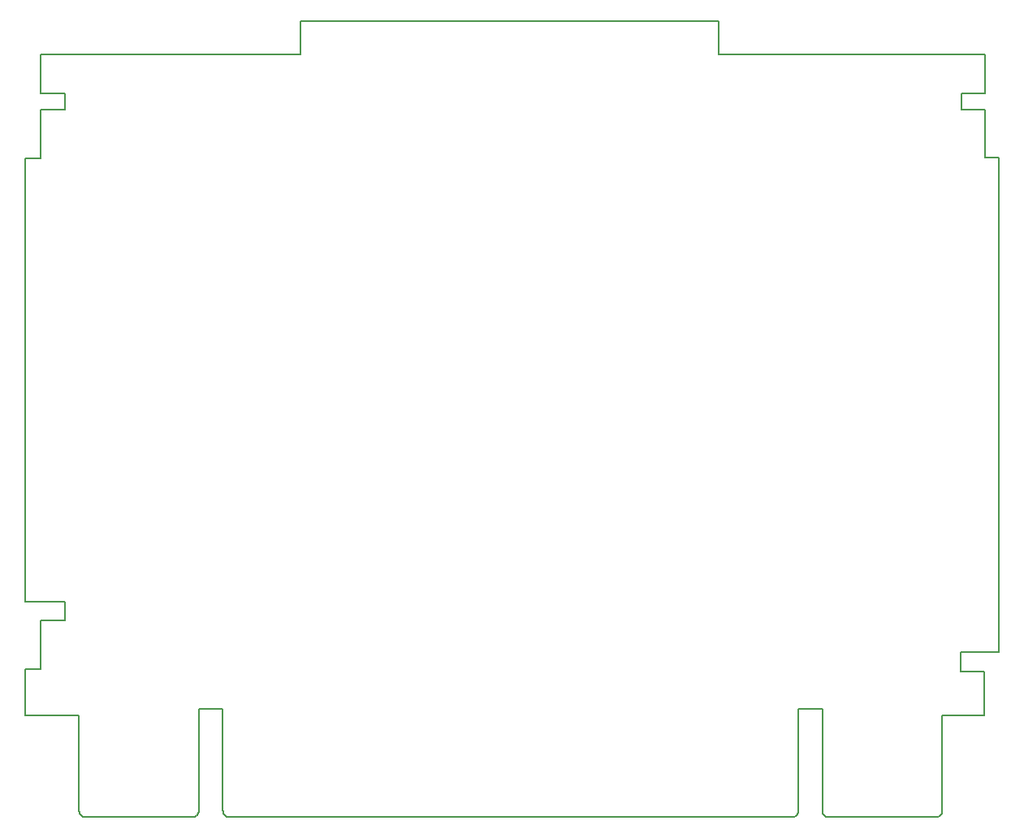
<source format=gbr>
G04 (created by PCBNEW-RS274X (2010-12-16 BZR 2663)-testing) date Tue 15 Feb 2011 12:53:02 PM CET*
G01*
G70*
G90*
%MOIN*%
G04 Gerber Fmt 3.4, Leading zero omitted, Abs format*
%FSLAX34Y34*%
G04 APERTURE LIST*
%ADD10C,0.008000*%
%ADD11C,0.007500*%
G04 APERTURE END LIST*
G54D10*
G54D11*
X74541Y-54369D02*
X74565Y-54367D01*
X74588Y-54364D01*
X74612Y-54359D01*
X74635Y-54352D01*
X74657Y-54343D01*
X74679Y-54332D01*
X74699Y-54319D01*
X74718Y-54304D01*
X74736Y-54288D01*
X74752Y-54270D01*
X74767Y-54251D01*
X74780Y-54230D01*
X74791Y-54209D01*
X74800Y-54187D01*
X74807Y-54164D01*
X74812Y-54140D01*
X74815Y-54117D01*
X74817Y-54093D01*
X69895Y-54093D02*
X69897Y-54117D01*
X69900Y-54140D01*
X69905Y-54164D01*
X69912Y-54187D01*
X69921Y-54209D01*
X69932Y-54230D01*
X69945Y-54251D01*
X69960Y-54270D01*
X69976Y-54288D01*
X69994Y-54304D01*
X70013Y-54319D01*
X70034Y-54332D01*
X70055Y-54343D01*
X70077Y-54352D01*
X70100Y-54359D01*
X70124Y-54364D01*
X70147Y-54367D01*
X70171Y-54369D01*
X68635Y-54369D02*
X68659Y-54367D01*
X68682Y-54364D01*
X68706Y-54359D01*
X68729Y-54352D01*
X68751Y-54343D01*
X68773Y-54332D01*
X68793Y-54319D01*
X68812Y-54304D01*
X68830Y-54288D01*
X68846Y-54270D01*
X68861Y-54251D01*
X68874Y-54230D01*
X68885Y-54209D01*
X68894Y-54187D01*
X68901Y-54164D01*
X68906Y-54140D01*
X68909Y-54117D01*
X68911Y-54093D01*
X45289Y-54093D02*
X45291Y-54117D01*
X45294Y-54140D01*
X45299Y-54164D01*
X45306Y-54187D01*
X45315Y-54209D01*
X45326Y-54230D01*
X45339Y-54251D01*
X45354Y-54270D01*
X45370Y-54288D01*
X45388Y-54304D01*
X45407Y-54319D01*
X45428Y-54332D01*
X45449Y-54343D01*
X45471Y-54352D01*
X45494Y-54359D01*
X45518Y-54364D01*
X45541Y-54367D01*
X45565Y-54369D01*
X44029Y-54369D02*
X44053Y-54367D01*
X44076Y-54364D01*
X44100Y-54359D01*
X44123Y-54352D01*
X44145Y-54343D01*
X44167Y-54332D01*
X44187Y-54319D01*
X44206Y-54304D01*
X44224Y-54288D01*
X44240Y-54270D01*
X44255Y-54251D01*
X44268Y-54230D01*
X44279Y-54209D01*
X44288Y-54187D01*
X44295Y-54164D01*
X44300Y-54140D01*
X44303Y-54117D01*
X44305Y-54093D01*
X39383Y-54093D02*
X39385Y-54117D01*
X39388Y-54140D01*
X39393Y-54164D01*
X39400Y-54187D01*
X39409Y-54209D01*
X39420Y-54230D01*
X39433Y-54251D01*
X39448Y-54270D01*
X39464Y-54288D01*
X39482Y-54304D01*
X39501Y-54319D01*
X39522Y-54332D01*
X39543Y-54343D01*
X39565Y-54352D01*
X39588Y-54359D01*
X39612Y-54364D01*
X39635Y-54367D01*
X39659Y-54369D01*
X48478Y-23069D02*
X37809Y-23069D01*
X65624Y-21691D02*
X48478Y-21691D01*
X76588Y-23069D02*
X65624Y-23069D01*
X48478Y-23069D02*
X48478Y-21691D01*
X65624Y-21691D02*
X65624Y-23069D01*
X76588Y-23069D02*
X76588Y-24644D01*
X76588Y-24644D02*
X75604Y-24644D01*
X75604Y-24644D02*
X75604Y-25313D01*
X75604Y-25313D02*
X76588Y-25313D01*
X76588Y-25313D02*
X76588Y-27282D01*
X76588Y-27282D02*
X77139Y-27282D01*
X77139Y-27282D02*
X77139Y-47597D01*
X77139Y-47597D02*
X75565Y-47597D01*
X75565Y-47597D02*
X75565Y-48384D01*
X75565Y-48384D02*
X76549Y-48384D01*
X76549Y-48384D02*
X76549Y-50195D01*
X76549Y-50195D02*
X74817Y-50195D01*
X74817Y-50195D02*
X74817Y-50235D01*
X37179Y-27321D02*
X37809Y-27321D01*
X37809Y-27321D02*
X37809Y-25313D01*
X37809Y-25313D02*
X38793Y-25313D01*
X38793Y-25313D02*
X38793Y-24644D01*
X38793Y-24644D02*
X37809Y-24644D01*
X37809Y-24644D02*
X37809Y-23069D01*
X37179Y-45510D02*
X37179Y-27321D01*
X39383Y-54093D02*
X39383Y-50235D01*
X39383Y-50235D02*
X39383Y-50195D01*
X39383Y-50195D02*
X37179Y-50195D01*
X37179Y-50195D02*
X37179Y-48306D01*
X37179Y-48306D02*
X37809Y-48306D01*
X37809Y-48306D02*
X37809Y-46298D01*
X37809Y-46298D02*
X38793Y-46298D01*
X38793Y-46298D02*
X38793Y-45510D01*
X38793Y-45510D02*
X37179Y-45510D01*
X44029Y-54369D02*
X39659Y-54369D01*
X45289Y-54093D02*
X45289Y-49920D01*
X45289Y-49920D02*
X44305Y-49920D01*
X44305Y-49920D02*
X44305Y-54093D01*
X74817Y-54093D02*
X74817Y-50235D01*
X70171Y-54369D02*
X74541Y-54369D01*
X68911Y-54093D02*
X68911Y-49920D01*
X68911Y-49920D02*
X69895Y-49920D01*
X69895Y-49920D02*
X69895Y-54093D01*
X68635Y-54369D02*
X45565Y-54369D01*
M02*

</source>
